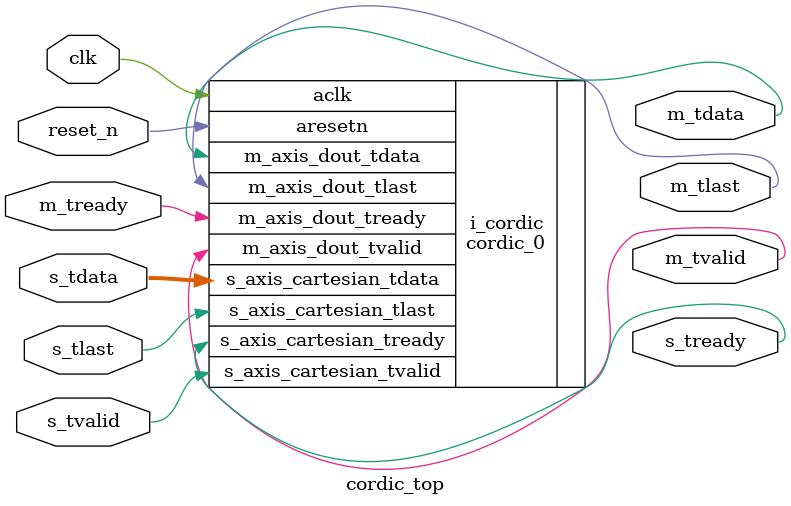
<source format=sv>

module cordic_top (
    input clk,
    input reset_n,

    input logic [31:0] s_tdata,
    input logic s_tvalid,
    input logic s_tlast,
    output logic s_tready,

    output logic m_tdata,
    output logic m_tvalid,
    output logic m_tlast,
    input logic m_tready
);

cordic_0 i_cordic (
  .aclk(clk),                                        // input wire aclk
  .aresetn(reset_n),                                  // input wire aresetn

  .s_axis_cartesian_tvalid(s_tvalid),  // input wire s_axis_cartesian_tvalid
  .s_axis_cartesian_tready(s_tready),  // output wire s_axis_cartesian_tready
  .s_axis_cartesian_tlast(s_tlast),    // input wire s_axis_cartesian_tlast
  .s_axis_cartesian_tdata(s_tdata),    // input wire [31 : 0] s_axis_cartesian_tdata

  .m_axis_dout_tvalid(m_tvalid),            // output wire m_axis_dout_tvalid
  .m_axis_dout_tready(m_tready),            // input wire m_axis_dout_tready
  .m_axis_dout_tlast(m_tlast),              // output wire m_axis_dout_tlast
  .m_axis_dout_tdata(m_tdata)              // output wire [15 : 0] m_axis_dout_tdata
);

endmodule

</source>
